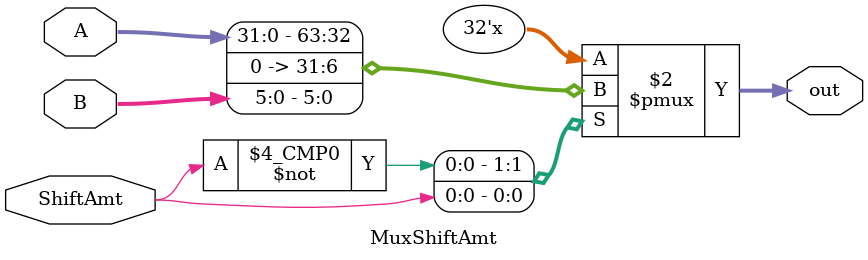
<source format=sv>
module MuxShiftAmt(A, B, out, ShiftAmt);
	
	input logic [31:0] A;
	input logic [5:0] B;
	input logic ShiftAmt;
	output logic [31:0] out;
  
    always @(ShiftAmt)begin
      case(ShiftAmt)
            0: out = A;
            1: out = B;
        endcase
    end
endmodule
</source>
